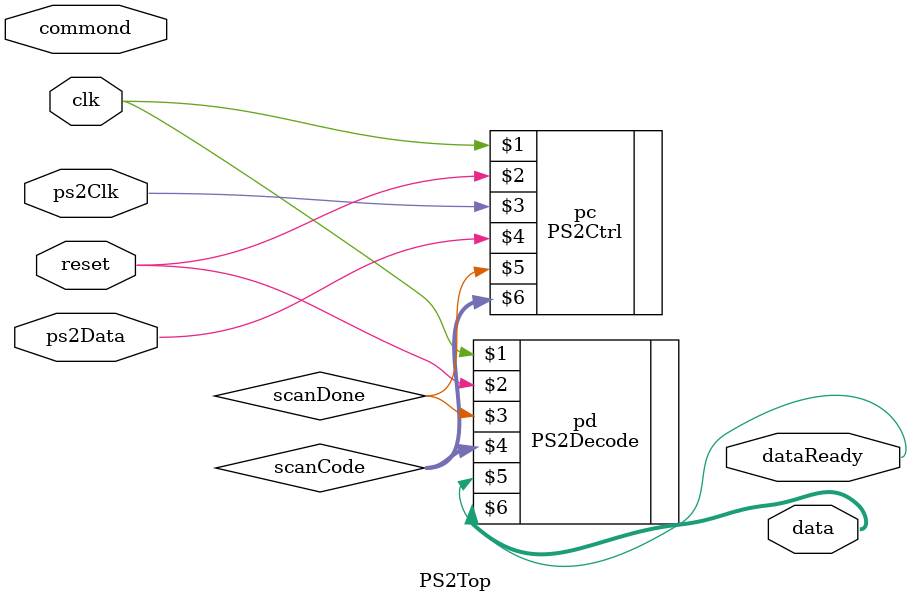
<source format=v>
`timescale 1ns / 1ps

module PS2Top(clk, ps2Clk, ps2Data, reset, commond, dataReady, data);
input clk;
input ps2Clk;
input ps2Data;
input reset;
input [31:0] commond;
output dataReady;
output [31:0] data;

wire scanDone;						// the scanned flag
wire [7:0] scanCode;				// the scan code

wire dataReady;					// the data ready flag
wire [31:0] data;					// the decode data

PS2Ctrl pc(clk, reset, ps2Clk, ps2Data, scanDone, scanCode);
PS2Decode pd(clk, reset, scanDone, scanCode, dataReady, data);

endmodule

</source>
